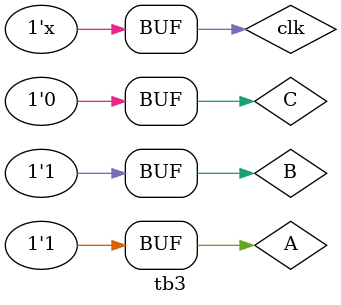
<source format=v>
module tb3;

reg A, B, C, clk;
wire Y;

pb3 U0(A, B, C, clk, Y);

always #5 clk = ~clk;

initial begin
	A = 1; B = 1; C = 0; clk = 0;
end


endmodule
</source>
